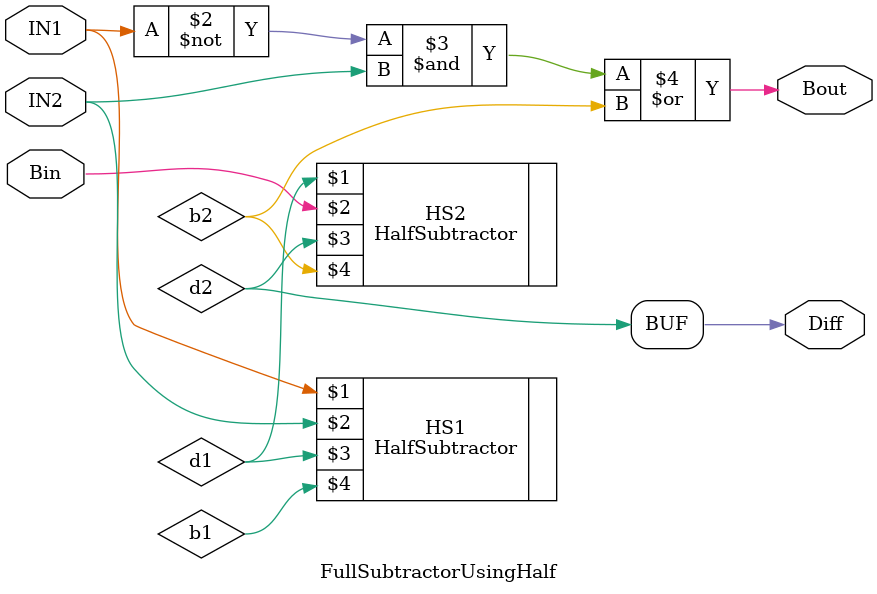
<source format=v>
`timescale 1ns / 1ps

module FullSubtractorUsingHalf(
    input IN1,
    input IN2,
    input Bin,
    output reg Diff,
    output reg Bout
    );
    
    wire d1,b1,d2,b2;
    
    HalfSubtractor HS1(IN1,IN2,d1,b1);
    HalfSubtractor HS2(d1,Bin,d2,b2);
    
    always@(d2 or b2)
        begin
            Diff = d2;
            Bout = (~IN1&IN2) | b2;
        end
    
endmodule

</source>
